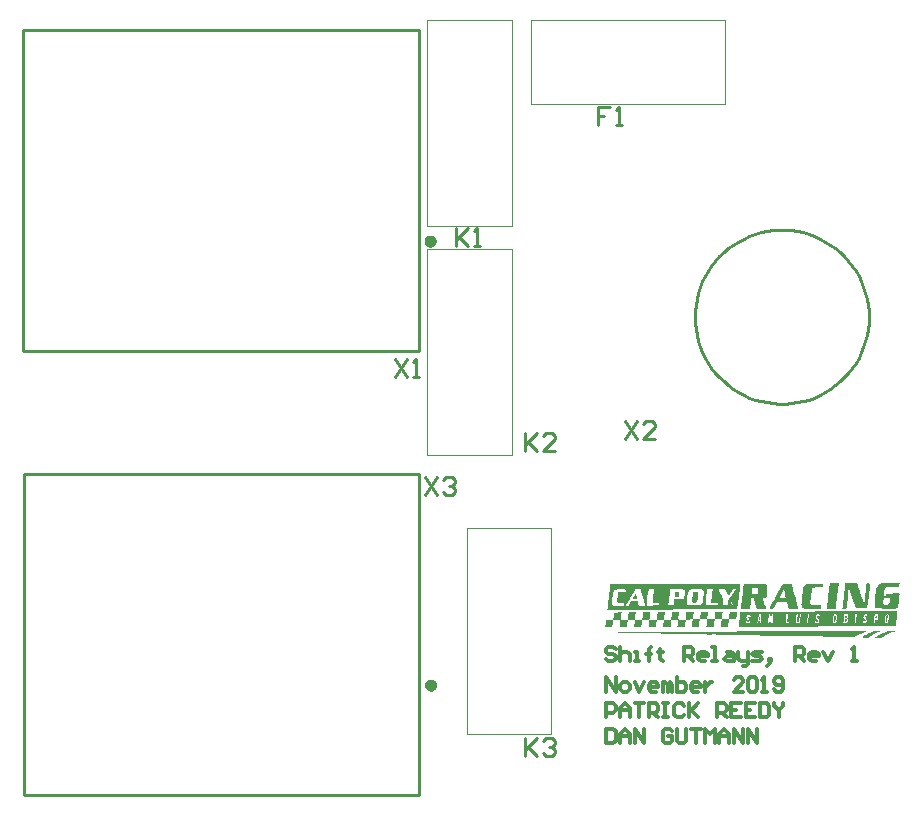
<source format=gto>
%FSLAX23Y23*%
%MOIN*%
%SFA1B1*%

%IPPOS*%
%ADD10C,0.019680*%
%ADD11C,0.010000*%
%ADD12C,0.003940*%
%ADD13C,0.012130*%
%LNshift_relays-1*%
%LPD*%
G36*
X3355Y1383D02*
X3356Y1383D01*
X3356Y1382*
Y1381*
X3355Y1377*
Y1376*
X3355Y1373*
X3355Y1368*
X3354Y1362*
Y1361*
Y1360*
X3353Y1355*
X3352Y1348*
X3351Y1341*
X3346Y1300*
X3308Y1300*
X3296Y1334*
Y1335*
X3296Y1336*
X3294Y1339*
X3292Y1345*
X3290Y1351*
Y1352*
X3289Y1353*
X3288Y1355*
X3287Y1360*
X3285Y1363*
Y1364*
X3285Y1366*
X3284Y1368*
X3284Y1366*
X3283Y1363*
X3283Y1360*
X3282Y1353*
X3282Y1345*
X3281Y1340*
X3280Y1334*
X3280Y1333*
X3280Y1329*
X3279Y1324*
X3278Y1318*
X3278Y1312*
X3277Y1306*
X3276Y1302*
X3275Y1301*
Y1300*
X3275Y1299*
X3263Y1298*
Y1300*
Y1301*
X3263Y1302*
X3264Y1305*
X3264Y1310*
X3265Y1317*
X3265Y1322*
X3266Y1328*
X3267Y1333*
X3267Y1341*
Y1342*
Y1342*
X3268Y1344*
X3268Y1347*
X3269Y1354*
X3270Y1362*
X3271Y1369*
X3271Y1376*
X3271Y1379*
X3272Y1381*
Y1382*
Y1382*
X3273Y1384*
X3311Y1384*
X3314Y1377*
Y1377*
X3314Y1375*
X3315Y1372*
Y1371*
X3317Y1369*
X3317Y1364*
X3320Y1359*
X3320Y1358*
X3321Y1354*
X3323Y1350*
X3325Y1345*
X3326Y1343*
X3326Y1340*
X3328Y1335*
X3330Y1330*
X3331Y1329*
X3331Y1326*
X3332Y1323*
X3333Y1319*
Y1318*
X3334Y1318*
X3334Y1316*
X3335Y1316*
Y1316*
X3336Y1317*
X3336Y1320*
X3337Y1324*
X3337Y1329*
X3338Y1338*
X3339Y1343*
X3339Y1349*
Y1350*
X3339Y1351*
X3340Y1354*
X3341Y1360*
X3341Y1366*
X3341Y1372*
X3342Y1378*
X3343Y1382*
Y1383*
Y1383*
X3344Y1384*
X3353Y1384*
X3355Y1383*
G37*
G36*
X3454Y1383D02*
Y1382D01*
X3453Y1380*
X3452Y1377*
X3452Y1371*
X3408Y1371*
X3407Y1369*
X3406Y1368*
X3404Y1366*
Y1365*
Y1365*
X3404Y1363*
X3403Y1360*
X3403Y1355*
X3402Y1349*
X3401Y1341*
Y1341*
X3401Y1338*
X3401Y1334*
X3400Y1330*
X3399Y1325*
X3399Y1322*
X3399Y1319*
X3399Y1317*
Y1317*
X3399Y1316*
X3401Y1314*
X3401Y1313*
X3412Y1313*
X3415Y1314*
X3416Y1314*
X3417*
X3417Y1315*
X3419Y1317*
X3420Y1318*
X3420Y1321*
X3421Y1324*
X3421Y1327*
X3422Y1331*
X3422Y1336*
X3406Y1336*
X3406Y1337*
Y1338*
X3406Y1340*
X3407Y1344*
X3408Y1349*
X3450Y1350*
X3453Y1349*
X3454*
Y1347*
X3453Y1346*
X3453Y1343*
X3452Y1339*
X3452Y1333*
X3450Y1325*
X3450Y1324*
X3450Y1321*
X3450Y1318*
X3449Y1312*
X3448Y1308*
X3448Y1304*
X3447Y1301*
X3447Y1300*
X3443Y1300*
X3439Y1299*
X3398Y1299*
X3392Y1300*
X3382Y1300*
X3380Y1300*
X3378Y1301*
X3375Y1303*
X3372Y1306*
X3371Y1308*
X3370Y1312*
Y1313*
X3370Y1314*
X3370Y1317*
X3370Y1321*
X3370Y1326*
X3371Y1332*
X3371Y1341*
Y1342*
X3372Y1345*
X3373Y1349*
X3374Y1353*
X3374Y1357*
X3374Y1362*
X3375Y1365*
Y1366*
X3375Y1367*
X3376Y1367*
X3377Y1372*
X3380Y1376*
X3384Y1381*
X3385Y1381*
X3387Y1382*
X3388Y1383*
X3391Y1383*
X3392Y1384*
X3398Y1384*
X3404Y1384*
X3454Y1385*
X3454Y1383*
G37*
G36*
X3250Y1382D02*
Y1382D01*
X3250Y1380*
X3250Y1377*
X3249Y1372*
X3249Y1369*
X3248Y1365*
X3247Y1360*
X3247Y1355*
X3246Y1348*
X3245Y1341*
Y1340*
Y1339*
X3245Y1334*
X3244Y1328*
X3243Y1320*
X3243Y1313*
X3242Y1306*
X3241Y1301*
X3241Y1300*
Y1299*
X3240Y1299*
X3238Y1298*
X3211Y1298*
X3211Y1300*
Y1300*
X3211Y1303*
X3211Y1306*
X3212Y1311*
X3213Y1318*
X3214Y1323*
X3215Y1328*
X3215Y1335*
X3216Y1342*
X3221Y1384*
X3250Y1384*
X3250Y1382*
G37*
G36*
X3199Y1382D02*
Y1381D01*
X3199Y1378*
X3199Y1375*
X3199Y1370*
X3170Y1370*
X3167Y1369*
X3165Y1369*
X3164Y1368*
X3164Y1367*
X3163Y1367*
X3162Y1365*
X3162Y1364*
X3161Y1362*
X3161Y1359*
X3161Y1355*
X3159Y1348*
X3159Y1340*
X3155Y1316*
X3157Y1315*
Y1314*
X3157Y1313*
X3193Y1313*
X3193Y1312*
X3193Y1311*
X3192Y1309*
X3192Y1305*
X3191Y1298*
X3151Y1298*
X3146Y1299*
X3141Y1299*
X3136Y1299*
X3134Y1300*
X3133Y1301*
X3131Y1302*
X3130Y1303*
X3129Y1305*
X3127Y1309*
X3126Y1314*
Y1315*
X3126Y1316*
X3127Y1318*
X3127Y1321*
X3127Y1326*
X3128Y1332*
X3129Y1339*
X3129Y1341*
X3129Y1344*
X3129Y1347*
X3130Y1353*
X3131Y1358*
X3132Y1362*
X3132Y1366*
X3132Y1368*
Y1369*
X3133Y1370*
X3136Y1374*
X3140Y1380*
X3144Y1382*
X3147Y1383*
X3199Y1383*
X3199Y1382*
G37*
G36*
X3103Y1347D02*
X3104Y1345D01*
X3105Y1342*
X3107Y1335*
X3108Y1328*
Y1327*
X3109Y1326*
X3110Y1322*
X3111Y1317*
X3113Y1312*
X3113Y1311*
X3114Y1309*
X3114Y1307*
X3114Y1305*
X3116Y1298*
X3084Y1298*
X3081Y1309*
X3081Y1309*
X3081Y1310*
X3080Y1314*
X3079Y1318*
X3078Y1319*
X3078Y1320*
Y1320*
X3044Y1320*
X3038Y1308*
X3031Y1297*
X3017Y1297*
X3018Y1299*
X3020Y1303*
X3021Y1305*
X3023Y1308*
X3025Y1313*
X3029Y1319*
X3033Y1325*
X3037Y1333*
X3042Y1343*
X3048Y1354*
X3056Y1366*
X3064Y1381*
X3064Y1383*
X3094Y1383*
X3103Y1347*
G37*
G36*
X2968Y1381D02*
X3005Y1381D01*
X3005Y1380*
X3008Y1380*
X3010Y1378*
X3011Y1375*
X3011Y1375*
X3012Y1373*
X3012Y1372*
X3012Y1369*
X3012Y1366*
X3012Y1362*
X3011Y1356*
Y1355*
X3011Y1354*
X3011Y1348*
X3011Y1343*
X3010Y1341*
X3010Y1340*
X3009Y1339*
X3008Y1337*
X3004Y1335*
X3000Y1334*
X2998Y1334*
X2998Y1333*
X2998Y1332*
X2999Y1329*
X3000Y1326*
X3001Y1321*
X3003Y1316*
X3003Y1315*
X3004Y1313*
X3006Y1310*
X3007Y1307*
X3008Y1303*
X3009Y1300*
X3010Y1298*
Y1297*
X2977Y1297*
X2977Y1299*
Y1300*
X2976Y1302*
Y1302*
X2975Y1304*
X2974Y1306*
X2974Y1309*
Y1310*
X2973Y1312*
X2972Y1315*
X2972Y1317*
X2968Y1334*
X2959Y1334*
X2958Y1333*
Y1332*
X2958Y1331*
X2958Y1329*
X2957Y1326*
X2957Y1321*
X2957Y1315*
Y1315*
X2956Y1312*
X2955Y1310*
X2955Y1307*
Y1306*
X2955Y1304*
X2954Y1299*
X2954Y1299*
Y1298*
Y1297*
X2924Y1297*
Y1298*
X2924Y1299*
Y1301*
X2925Y1304*
X2925Y1309*
X2926Y1316*
X2927Y1320*
X2928Y1326*
X2928Y1332*
X2929Y1339*
Y1340*
Y1341*
X2930Y1346*
X2930Y1352*
X2932Y1360*
X2932Y1368*
X2933Y1374*
X2934Y1379*
X2935Y1380*
X2935Y1381*
Y1382*
X2968Y1381*
G37*
G36*
X2923Y1381D02*
Y1380D01*
X2923Y1379*
X2922Y1375*
X2922Y1370*
X2921Y1363*
X2920Y1358*
X2919Y1352*
X2919Y1346*
X2918Y1339*
X2913Y1297*
X2479Y1295*
X2479Y1297*
Y1297*
X2479Y1299*
X2480Y1302*
X2481Y1307*
X2481Y1315*
X2482Y1319*
X2483Y1324*
X2484Y1331*
X2484Y1337*
X2484Y1338*
Y1339*
X2485Y1341*
X2485Y1344*
X2486Y1351*
X2487Y1359*
X2488Y1366*
X2488Y1372*
X2488Y1375*
X2489Y1377*
X2489Y1378*
Y1379*
X2489Y1380*
X2924Y1382*
X2923Y1381*
G37*
G36*
X2767Y1287D02*
X2767Y1285D01*
Y1284*
X2767Y1282*
X2766Y1280*
X2766Y1276*
Y1275*
X2766Y1274*
X2765Y1270*
X2765Y1266*
X2765Y1265*
X2764Y1264*
X2764Y1264*
X2740Y1263*
Y1263*
X2740Y1261*
X2740Y1258*
X2739Y1255*
X2738Y1251*
Y1250*
Y1250*
X2738Y1246*
X2738Y1242*
X2738Y1239*
Y1239*
X2713Y1238*
X2713Y1241*
X2714Y1242*
X2714Y1244*
X2714Y1247*
X2714Y1251*
Y1252*
X2714Y1253*
X2715Y1257*
X2716Y1261*
Y1263*
X2716Y1263*
X2692Y1263*
Y1262*
X2692Y1261*
X2692Y1260*
X2692Y1257*
X2691Y1254*
X2690Y1250*
X2690Y1238*
X2665Y1238*
Y1240*
X2665Y1241*
X2665Y1243*
X2665Y1246*
X2666Y1250*
Y1251*
X2666Y1252*
X2667Y1256*
X2668Y1260*
Y1262*
X2668Y1262*
X2666Y1263*
X2644Y1263*
X2644Y1262*
X2644Y1260*
Y1259*
X2643Y1256*
X2643Y1253*
X2642Y1250*
X2641Y1238*
X2617Y1238*
Y1239*
X2617Y1240*
X2617Y1242*
X2617Y1245*
X2618Y1248*
X2619Y1256*
X2619Y1260*
X2619Y1263*
X2644Y1263*
Y1264*
X2644Y1265*
X2644Y1267*
X2644Y1269*
X2644Y1272*
X2645Y1275*
X2647Y1287*
X2670Y1287*
X2670Y1286*
Y1286*
X2670Y1284*
X2670Y1280*
X2669Y1276*
X2668Y1272*
X2668Y1268*
X2668Y1265*
X2668Y1264*
X2669Y1264*
X2670Y1263*
X2692Y1263*
X2692Y1264*
Y1265*
X2693Y1267*
X2693Y1270*
X2694Y1273*
X2694Y1281*
X2695Y1284*
X2695Y1287*
X2719Y1287*
Y1287*
Y1286*
X2718Y1284*
X2718Y1282*
X2717Y1278*
X2716Y1271*
X2716Y1267*
X2716Y1264*
X2717*
X2719Y1263*
X2740Y1263*
X2740Y1266*
X2741Y1267*
X2741Y1269*
X2741Y1272*
X2742Y1276*
Y1277*
X2742Y1278*
X2743Y1282*
X2743Y1286*
X2743Y1287*
Y1287*
X2767Y1288*
Y1287*
G37*
G36*
X2622Y1286D02*
X2622D01*
X2622Y1285*
Y1283*
X2622Y1281*
X2622Y1278*
X2621Y1275*
X2621Y1274*
Y1273*
X2620Y1269*
X2619Y1265*
Y1264*
X2619Y1263*
X2598Y1263*
X2596Y1262*
X2595*
X2595Y1261*
X2595Y1258*
X2595Y1256*
X2595Y1253*
X2594Y1250*
Y1249*
X2594Y1248*
X2593Y1244*
X2593Y1240*
X2593Y1239*
Y1238*
X2569Y1238*
X2569Y1240*
X2569Y1242*
X2569Y1244*
X2569Y1247*
X2570Y1250*
Y1251*
X2570Y1252*
X2571Y1257*
X2571Y1260*
Y1262*
X2571Y1263*
X2547Y1263*
Y1261*
X2547Y1260*
X2547Y1257*
X2546Y1255*
X2545Y1250*
X2544Y1238*
X2520Y1238*
Y1239*
X2520Y1241*
X2520Y1243*
X2520Y1246*
X2521Y1249*
Y1250*
X2521Y1252*
X2522Y1255*
X2523Y1260*
Y1261*
X2523Y1262*
X2521Y1262*
X2499Y1262*
X2499Y1261*
X2498Y1258*
X2498Y1254*
X2497Y1249*
X2496Y1238*
X2472Y1237*
X2472Y1239*
X2472Y1240*
X2472Y1241*
X2473Y1242*
X2473Y1245*
Y1246*
X2474Y1248*
X2474Y1251*
X2474Y1262*
X2499Y1262*
Y1263*
X2499Y1265*
Y1266*
X2499Y1268*
X2500Y1271*
X2500Y1275*
X2502Y1286*
X2527Y1287*
X2525Y1286*
Y1285*
X2525Y1283*
X2525Y1280*
X2525Y1277*
X2524Y1269*
X2524Y1266*
X2524Y1263*
X2525Y1263*
X2527Y1262*
X2547Y1263*
X2547Y1265*
X2548Y1266*
X2548Y1268*
X2548Y1271*
X2549Y1275*
Y1276*
X2549Y1277*
X2549Y1281*
X2550Y1285*
Y1286*
Y1287*
X2575Y1287*
X2574Y1286*
Y1285*
X2574Y1283*
X2573Y1281*
X2573Y1278*
X2573Y1274*
X2572Y1263*
X2584Y1263*
X2595Y1263*
X2597Y1275*
Y1276*
Y1277*
X2598Y1281*
X2598Y1285*
Y1286*
X2598Y1287*
X2620Y1287*
X2622Y1286*
G37*
G36*
X3422Y1290D02*
X3446Y1290D01*
X3446Y1289*
Y1288*
X3446Y1284*
X3445Y1280*
X3445Y1273*
X3444Y1265*
X3443Y1255*
X3440Y1242*
Y1242*
X2918Y1239*
Y1240*
Y1241*
X2918Y1242*
X2918Y1245*
X2918Y1250*
X2919Y1256*
X2920Y1264*
X2921Y1275*
X2923Y1288*
X2923Y1288*
X3414Y1290*
X3422Y1290*
G37*
G36*
X2912Y1287D02*
X2912Y1286D01*
Y1285*
X2911Y1282*
Y1281*
Y1280*
X2910Y1276*
X2909Y1264*
X2885Y1264*
X2885Y1263*
Y1261*
X2884Y1259*
X2884Y1256*
X2883Y1252*
Y1251*
Y1250*
X2883Y1246*
X2882Y1241*
X2882Y1240*
Y1239*
X2857Y1239*
X2857Y1240*
Y1241*
X2858Y1243*
X2858Y1245*
X2858Y1248*
X2859Y1252*
Y1252*
X2859Y1253*
X2859Y1257*
X2860Y1262*
Y1263*
X2860Y1264*
X2884Y1264*
X2885Y1265*
X2885Y1266*
X2886Y1268*
X2886Y1270*
X2886Y1273*
X2886Y1276*
X2888Y1288*
X2912Y1288*
Y1287*
G37*
G36*
X2864Y1287D02*
X2863Y1285D01*
X2863Y1283*
X2862Y1280*
X2861Y1276*
Y1276*
Y1275*
X2861Y1270*
X2860Y1266*
Y1265*
Y1264*
X2837Y1264*
X2835Y1251*
X2835Y1251*
Y1250*
X2835Y1246*
X2834Y1241*
Y1240*
X2834Y1239*
X2809Y1239*
Y1240*
X2809Y1241*
X2810Y1243*
X2810Y1245*
X2810Y1248*
X2811Y1251*
X2811Y1252*
Y1253*
X2811Y1257*
X2812Y1262*
X2812Y1263*
Y1264*
X2836Y1264*
X2837Y1265*
Y1265*
X2837Y1267*
X2837Y1270*
X2837Y1276*
Y1277*
Y1278*
X2838Y1282*
X2839Y1286*
X2839Y1287*
Y1288*
X2864Y1288*
X2864Y1287*
G37*
G36*
X2815Y1286D02*
Y1285D01*
X2815Y1283*
X2814Y1279*
X2813Y1275*
X2813Y1270*
X2812Y1264*
Y1264*
X2789Y1264*
X2786Y1251*
Y1250*
X2786Y1250*
X2786Y1245*
X2786Y1242*
X2786Y1240*
Y1240*
Y1239*
X2761Y1239*
Y1239*
X2761Y1241*
X2761Y1242*
X2762Y1245*
X2762Y1247*
X2762Y1251*
X2763Y1256*
X2764Y1262*
Y1264*
X2789Y1264*
X2789Y1275*
Y1276*
X2789Y1277*
X2790Y1281*
X2791Y1285*
X2791Y1286*
Y1287*
X2791Y1288*
X2815Y1288*
X2815Y1286*
G37*
G36*
X3303Y1224D02*
X3344Y1224D01*
X3343Y1224*
X3341Y1223*
X3338Y1222*
X3335Y1220*
X3330Y1218*
X3323Y1214*
X3303Y1205*
X2886Y1212*
X2876Y1212*
X2868Y1213*
X2848Y1213*
X2835Y1214*
X2822Y1213*
X2806Y1214*
X2790Y1214*
X2773Y1215*
X2755Y1215*
X2717Y1216*
X2679Y1216*
X2639Y1217*
X2602Y1218*
X2584Y1218*
X2566Y1219*
X2550Y1219*
X2535Y1219*
X2521Y1219*
X2509Y1220*
X2488Y1220*
X2480Y1221*
X2515Y1221*
X2525Y1222*
X3290Y1225*
X3303Y1224*
G37*
G36*
X3390Y1225D02*
X3391D01*
X3389Y1224*
X3388Y1223*
X3386Y1222*
X3381Y1220*
X3376Y1218*
X3369Y1214*
X3348Y1203*
X3335Y1203*
X3331Y1204*
X3327Y1205*
X3325Y1205*
X3326Y1205*
X3328Y1206*
X3331Y1208*
X3332Y1208*
X3336Y1210*
X3340Y1212*
X3346Y1214*
X3368Y1225*
X3389Y1225*
X3390Y1225*
G37*
G36*
X3438Y1225D02*
X3438D01*
X3437Y1224*
X3435Y1223*
X3432Y1222*
X3429Y1220*
X3423Y1218*
X3416Y1214*
X3392Y1203*
X3382Y1203*
X3378Y1203*
X3371Y1203*
X3372Y1204*
X3374Y1205*
X3376Y1206*
X3379Y1208*
X3384Y1211*
X3392Y1214*
X3415Y1226*
X3437Y1226*
X3438Y1225*
G37*
%LNshift_relays-2*%
%LPC*%
G36*
X3067Y1363D02*
X3067Y1363D01*
X3066Y1360*
X3064Y1356*
X3063Y1354*
X3062Y1352*
X3059Y1347*
X3057Y1341*
X3056Y1340*
X3055Y1338*
X3054Y1335*
X3053Y1334*
X3064Y1334*
X3075Y1336*
X3074Y1337*
Y1338*
X3073Y1338*
X3073Y1343*
Y1344*
X3073Y1345*
X3072Y1349*
Y1350*
X3071Y1352*
X3070Y1357*
X3068Y1361*
X3067Y1363*
Y1363*
G37*
G36*
X2982Y1367D02*
X2962Y1367D01*
X2962Y1358*
X2962Y1358*
Y1357*
X2961Y1353*
X2960Y1350*
X2960Y1349*
Y1348*
X2962Y1348*
X2965Y1347*
X2975Y1348*
X2978Y1348*
X2979*
X2980Y1349*
X2981Y1350*
X2982Y1353*
X2982Y1356*
X2983Y1358*
Y1359*
Y1360*
X2984Y1363*
X2983Y1366*
X2982Y1367*
G37*
G36*
X2908Y1365D02*
X2898Y1365D01*
X2890Y1353*
X2890Y1352*
X2889Y1352*
X2887Y1348*
X2884Y1344*
X2883Y1343*
Y1343*
X2882Y1344*
X2881Y1347*
X2879Y1349*
X2878Y1353*
X2872Y1365*
X2850Y1365*
Y1364*
X2851Y1363*
Y1362*
X2852Y1359*
X2854Y1356*
X2855Y1352*
X2858Y1347*
X2866Y1332*
X2864Y1321*
Y1320*
X2864Y1319*
X2864Y1316*
X2863Y1312*
Y1311*
X2863Y1311*
X2882Y1311*
X2883Y1321*
X2885Y1330*
X2895Y1346*
X2896Y1347*
X2897Y1349*
X2900Y1354*
X2901Y1354*
X2902Y1356*
X2903Y1358*
X2905Y1360*
Y1361*
X2906Y1362*
X2906Y1363*
X2907Y1363*
X2908Y1365*
G37*
G36*
X2896Y1321D02*
X2893Y1321D01*
X2892Y1320*
X2891Y1319*
X2890Y1317*
X2889Y1315*
X2889Y1314*
X2890Y1314*
X2890Y1312*
X2892Y1311*
X2894Y1311*
X2896Y1312*
X2898Y1315*
Y1316*
X2899Y1317*
X2898Y1319*
X2896Y1321*
G37*
G36*
X2831Y1365D02*
X2813Y1365D01*
X2812Y1364*
X2811*
X2811Y1364*
Y1363*
X2811Y1361*
X2811Y1357*
X2810Y1353*
X2809Y1345*
X2809Y1337*
Y1335*
X2808Y1332*
X2808Y1329*
X2807Y1323*
X2807Y1318*
X2807Y1315*
X2806Y1312*
X2806Y1310*
X2847Y1311*
X2847Y1313*
X2847Y1314*
X2848Y1316*
Y1318*
X2848Y1319*
Y1319*
X2826Y1319*
Y1320*
X2826Y1321*
X2826Y1324*
X2826Y1329*
X2827Y1334*
X2828Y1343*
X2829Y1352*
X2831Y1364*
X2831Y1365*
G37*
G36*
X2794Y1365D02*
X2765Y1365D01*
X2761Y1364*
X2758Y1364*
X2755Y1363*
X2754Y1363*
X2753Y1362*
X2751Y1361*
X2750Y1358*
X2748Y1355*
Y1354*
X2747Y1352*
X2747Y1349*
X2746Y1345*
X2745Y1340*
X2745Y1334*
X2744Y1321*
X2744Y1320*
X2744Y1318*
Y1317*
X2745Y1315*
X2747Y1313*
X2749Y1312*
X2750*
X2751Y1311*
X2755Y1311*
X2758Y1310*
X2778Y1310*
X2785Y1311*
X2788Y1311*
X2789Y1312*
X2790Y1312*
X2792Y1314*
X2795Y1318*
X2797Y1323*
Y1323*
X2797Y1325*
X2798Y1327*
X2798Y1329*
X2798Y1333*
X2799Y1337*
Y1338*
X2799Y1340*
X2800Y1343*
X2800Y1347*
X2800Y1355*
X2800Y1358*
X2799Y1360*
Y1361*
X2798Y1361*
X2797Y1363*
X2795Y1364*
X2794Y1365*
G37*
G36*
X2723Y1365D02*
X2693Y1365D01*
X2690Y1364*
X2689Y1364*
X2689Y1363*
Y1362*
X2688Y1360*
X2688Y1356*
X2688Y1352*
X2687Y1345*
X2685Y1336*
Y1335*
X2685Y1332*
X2684Y1328*
X2684Y1323*
X2683Y1318*
X2683Y1314*
X2682Y1311*
X2682Y1310*
X2701Y1310*
Y1311*
X2701Y1313*
X2701Y1316*
X2702Y1320*
X2702Y1321*
Y1322*
X2702Y1324*
X2702Y1328*
Y1329*
X2702Y1330*
X2729Y1330*
X2729Y1330*
X2731Y1332*
X2734Y1334*
X2736Y1338*
X2736Y1340*
X2737Y1341*
X2737Y1344*
X2738Y1347*
X2738Y1352*
Y1352*
X2738Y1355*
X2738Y1357*
X2738Y1360*
X2737Y1360*
X2736Y1361*
X2734Y1363*
X2732Y1363*
X2731*
X2731Y1364*
X2726Y1364*
X2723Y1365*
G37*
G36*
X2636Y1364D02*
X2617Y1364D01*
X2613Y1337*
X2613Y1336*
X2613Y1333*
X2613Y1329*
X2612Y1324*
X2611Y1319*
X2611Y1315*
X2611Y1311*
X2611Y1309*
X2651Y1310*
X2653Y1313*
X2653Y1313*
X2653Y1316*
Y1316*
Y1317*
X2653Y1318*
Y1318*
X2630Y1318*
Y1319*
X2630Y1321*
X2630Y1323*
X2631Y1328*
X2632Y1334*
X2632Y1342*
X2634Y1351*
X2636Y1363*
X2636Y1364*
G37*
G36*
X2591Y1364D02*
X2572Y1364D01*
X2572Y1363*
Y1362*
X2571Y1361*
X2569Y1359*
X2567Y1356*
X2564Y1351*
X2561Y1345*
X2556Y1336*
X2555Y1335*
X2554Y1332*
X2551Y1327*
X2548Y1323*
X2546Y1318*
X2543Y1314*
X2542Y1311*
X2541Y1309*
X2550Y1309*
X2554Y1317*
X2558Y1325*
X2581Y1325*
X2583Y1317*
X2584Y1309*
X2605Y1309*
Y1310*
Y1311*
X2605Y1313*
X2604Y1316*
X2602Y1321*
X2600Y1328*
X2598Y1336*
X2598Y1338*
X2597Y1341*
X2596Y1345*
X2594Y1350*
X2593Y1355*
X2592Y1360*
X2591Y1363*
X2591Y1364*
G37*
G36*
X2539Y1364D02*
X2515Y1364D01*
X2509Y1363*
X2507Y1363*
X2505Y1362*
X2505Y1362*
X2503Y1362*
X2502Y1359*
X2499Y1356*
X2500Y1356*
X2499Y1355*
X2499Y1353*
X2498Y1351*
X2497Y1347*
X2497Y1343*
X2496Y1337*
X2496Y1336*
X2495Y1334*
X2495Y1331*
X2495Y1327*
X2495Y1319*
X2495Y1316*
X2495Y1315*
Y1314*
X2496Y1313*
X2498Y1311*
X2501Y1309*
X2535Y1309*
Y1310*
X2535Y1311*
X2535Y1313*
Y1314*
X2536Y1315*
X2536Y1317*
Y1318*
X2515Y1318*
X2514Y1319*
Y1320*
X2513*
Y1321*
X2513Y1323*
X2513Y1325*
X2513Y1328*
X2513Y1332*
X2514Y1337*
Y1338*
X2515Y1339*
X2515Y1342*
X2516Y1345*
X2516Y1348*
X2516Y1351*
Y1352*
Y1353*
X2516Y1354*
X2518Y1354*
X2539Y1354*
X2540Y1355*
X2540*
Y1356*
X2540Y1357*
Y1359*
X2540Y1359*
X2541Y1361*
X2541Y1362*
Y1363*
X2540*
X2539Y1364*
G37*
G36*
X3343Y1281D02*
X3339Y1281D01*
X3337Y1281*
X3336Y1279*
X3335Y1278*
X3334Y1276*
X3333Y1273*
X3333Y1271*
X3334Y1269*
X3335Y1268*
X3336Y1267*
X3338Y1265*
X3338Y1264*
X3339Y1263*
X3340Y1261*
X3340Y1259*
Y1259*
X3340Y1258*
X3339Y1257*
X3338Y1256*
X3335Y1256*
Y1257*
X3335Y1259*
Y1259*
X3331Y1259*
X3331Y1259*
Y1257*
X3332Y1256*
X3332Y1255*
X3332Y1254*
X3335Y1252*
X3336Y1251*
X3338Y1251*
X3340Y1252*
X3343Y1254*
X3343Y1254*
X3344Y1256*
X3345Y1258*
X3345Y1261*
X3345Y1262*
X3344Y1263*
X3343Y1265*
X3341Y1267*
X3340Y1268*
X3340Y1270*
X3338Y1272*
X3337Y1273*
Y1274*
X3337Y1275*
X3338Y1277*
X3340Y1278*
X3341*
X3342Y1277*
X3343Y1275*
X3346Y1275*
Y1276*
Y1276*
X3346Y1277*
X3345Y1279*
X3345Y1280*
X3343Y1281*
X3343Y1281*
G37*
G36*
X3183Y1281D02*
X3180Y1281D01*
X3178Y1280*
X3176Y1278*
X3176Y1278*
X3174Y1275*
X3173Y1273*
X3174Y1270*
X3175Y1268*
X3176Y1267*
X3179Y1264*
X3179Y1263*
X3180Y1262*
X3181Y1260*
X3182Y1259*
Y1258*
Y1257*
X3181Y1256*
X3179Y1255*
X3176Y1255*
Y1256*
X3175Y1258*
Y1259*
X3171Y1259*
X3171Y1258*
Y1257*
X3172Y1256*
X3172Y1254*
X3173Y1253*
X3176Y1251*
X3177Y1251*
X3179*
X3181Y1251*
X3183Y1253*
X3184Y1254*
X3184Y1255*
X3185Y1257*
X3186Y1260*
X3186Y1261*
X3185Y1262*
X3184Y1265*
X3182Y1267*
X3181Y1268*
X3180Y1269*
X3179Y1271*
X3179Y1273*
Y1273*
X3179Y1275*
X3179Y1276*
X3180Y1277*
X3181Y1277*
X3182Y1276*
X3183Y1274*
X3187Y1274*
X3188Y1275*
Y1276*
X3188Y1276*
X3187Y1277*
X3186Y1278*
X3185Y1279*
X3184Y1280*
X3183Y1281*
G37*
G36*
X2953Y1280D02*
X2950Y1280D01*
X2948Y1279*
X2947Y1278*
X2946Y1277*
X2944Y1274*
X2943Y1271*
Y1270*
X2944Y1269*
X2945Y1266*
X2948Y1263*
X2949Y1261*
X2951Y1260*
Y1258*
X2951Y1256*
X2950Y1256*
X2950Y1255*
X2948Y1254*
X2948Y1254*
X2947Y1255*
X2946Y1256*
X2945Y1257*
X2945Y1258*
X2941Y1258*
X2941Y1256*
Y1256*
X2942Y1254*
X2943Y1252*
X2945Y1250*
X2949Y1250*
X2951Y1251*
X2953Y1253*
X2955Y1256*
X2955Y1257*
Y1259*
X2953Y1262*
X2951Y1266*
X2950Y1267*
X2950Y1267*
X2949Y1269*
X2948Y1271*
Y1272*
X2948Y1274*
X2949Y1275*
X2951Y1276*
X2952*
X2953Y1275*
X2953Y1274*
Y1273*
X2957Y1273*
Y1274*
Y1275*
X2957Y1276*
X2956Y1277*
X2955Y1279*
X2953Y1280*
G37*
G36*
X3033Y1280D02*
X3028Y1280D01*
Y1279*
X3028Y1278*
X3028Y1276*
X3028Y1273*
X3027Y1267*
X3027Y1260*
X3026Y1262*
X3026Y1265*
X3025Y1267*
X3025Y1270*
X3023Y1280*
X3018Y1280*
X3017Y1279*
X3017Y1278*
X3017Y1276*
X3017Y1273*
X3017Y1270*
X3016Y1266*
X3016Y1265*
Y1264*
X3015Y1259*
X3015Y1254*
Y1253*
X3015Y1251*
Y1251*
X3019Y1251*
X3019Y1251*
Y1253*
X3019Y1256*
X3020Y1260*
Y1261*
Y1262*
X3020Y1265*
X3021Y1268*
Y1268*
X3022Y1265*
X3022Y1263*
X3023Y1260*
X3025Y1251*
X3030Y1251*
X3030Y1253*
X3031Y1254*
X3031Y1257*
X3031Y1261*
X3031Y1265*
X3031Y1266*
Y1268*
X3032Y1272*
X3033Y1276*
X3033Y1279*
X3033Y1279*
Y1280*
G37*
G36*
X3124Y1280D02*
X3121Y1280D01*
X3120Y1280*
X3120Y1278*
Y1277*
X3120Y1275*
X3120Y1272*
X3119Y1268*
X3119Y1267*
Y1267*
X3118Y1263*
X3117Y1258*
Y1258*
Y1257*
X3117Y1256*
X3116Y1256*
X3114Y1255*
X3114Y1255*
X3112Y1256*
X3112Y1256*
Y1257*
Y1258*
X3112Y1260*
X3112Y1262*
X3113Y1265*
X3113Y1269*
Y1269*
X3113Y1270*
X3114Y1275*
X3114Y1278*
X3114Y1279*
Y1280*
Y1280*
X3110Y1280*
X3110Y1280*
Y1279*
X3109Y1277*
X3109Y1274*
X3109Y1266*
X3109Y1257*
Y1256*
X3109Y1254*
X3110Y1253*
X3112Y1251*
X3113Y1251*
X3114Y1250*
X3115Y1251*
X3117Y1252*
X3118Y1252*
X3119Y1253*
X3120Y1254*
X3121Y1256*
X3121Y1256*
Y1258*
X3122Y1261*
X3122Y1264*
X3123Y1268*
Y1269*
X3123Y1270*
X3124Y1274*
X3124Y1278*
Y1279*
Y1280*
X3124Y1280*
G37*
G36*
X3414Y1281D02*
X3410Y1281D01*
X3408Y1279*
X3407Y1278*
X3405Y1276*
X3405Y1274*
X3405Y1271*
X3405Y1268*
X3405Y1266*
Y1264*
X3405Y1261*
X3404Y1258*
X3404Y1257*
Y1256*
Y1255*
X3405Y1254*
X3407Y1252*
X3412Y1252*
X3414Y1254*
X3415Y1255*
X3416Y1256*
X3416Y1260*
X3418Y1265*
Y1266*
X3418Y1266*
X3418Y1271*
X3418Y1275*
X3418Y1277*
X3418Y1278*
Y1279*
X3417Y1279*
X3415Y1280*
X3414Y1281*
G37*
G36*
X3379Y1281D02*
X3370Y1281D01*
X3369Y1268*
X3369Y1267*
Y1265*
X3368Y1260*
X3367Y1256*
X3367Y1254*
Y1253*
Y1252*
X3371Y1252*
Y1253*
X3371Y1254*
X3372Y1258*
X3372Y1263*
X3376Y1263*
X3378Y1263*
X3380Y1265*
X3381Y1265*
X3381Y1267*
X3382Y1269*
X3383Y1272*
X3383Y1273*
Y1273*
X3383Y1276*
X3383Y1277*
X3382Y1278*
X3381Y1280*
X3379Y1281*
G37*
G36*
X3311Y1281D02*
X3306Y1281D01*
X3306Y1279*
X3306Y1278*
X3306Y1275*
X3305Y1271*
X3305Y1267*
Y1266*
X3305Y1264*
X3305Y1259*
X3304Y1255*
X3303Y1253*
Y1252*
X3307Y1252*
X3307Y1253*
Y1253*
X3308Y1255*
Y1256*
X3308Y1257*
X3308Y1259*
X3308Y1262*
Y1263*
X3309Y1265*
X3309Y1270*
X3309Y1271*
X3310Y1273*
X3310Y1278*
Y1278*
Y1279*
X3310Y1280*
Y1280*
X3311Y1281*
G37*
G36*
X3278Y1281D02*
X3270Y1281D01*
X3269Y1280*
Y1279*
X3268Y1277*
X3268Y1274*
X3268Y1271*
X3267Y1266*
Y1266*
X3267Y1264*
X3267Y1259*
X3266Y1255*
X3266Y1253*
Y1252*
X3275Y1252*
X3276Y1253*
X3277Y1253*
X3278Y1253*
X3279Y1255*
Y1256*
X3280Y1257*
X3281Y1261*
Y1262*
X3281Y1263*
X3281Y1264*
Y1265*
X3280Y1266*
X3279Y1266*
X3278*
Y1267*
X3279Y1267*
X3281Y1269*
X3281Y1269*
X3282Y1272*
X3282Y1275*
X3281Y1279*
X3280Y1280*
X3278Y1280*
X3278Y1281*
G37*
G36*
X3152Y1280D02*
X3148Y1280D01*
X3148Y1278*
X3147Y1277*
X3147Y1274*
X3147Y1270*
X3146Y1266*
Y1265*
X3146Y1264*
X3145Y1259*
X3144Y1254*
X3144Y1252*
Y1251*
X3148Y1251*
X3148Y1252*
Y1253*
X3148Y1254*
Y1255*
X3149Y1256*
X3149Y1259*
X3149Y1262*
Y1262*
X3149Y1264*
X3150Y1270*
X3150Y1270*
X3151Y1272*
X3151Y1277*
Y1278*
X3152Y1278*
X3152Y1279*
Y1280*
Y1280*
G37*
G36*
X3081Y1280D02*
X3076Y1280D01*
Y1279*
X3076Y1278*
X3076Y1274*
X3076Y1270*
X3075Y1266*
Y1266*
X3075Y1264*
X3074Y1260*
X3074Y1255*
X3074Y1253*
X3074Y1252*
X3073Y1251*
X3085Y1251*
Y1253*
X3085*
X3086Y1253*
Y1254*
Y1255*
X3086Y1255*
X3078Y1255*
X3078Y1256*
Y1258*
X3079Y1261*
X3079Y1264*
X3080Y1268*
Y1269*
X3080Y1269*
X3081Y1273*
X3081Y1277*
X3081Y1279*
X3081Y1280*
G37*
G36*
X3241Y1281D02*
X3238Y1281D01*
X3236Y1280*
X3234Y1279*
X3233Y1276*
X3232Y1274*
X3231Y1271*
X3230Y1269*
X3230Y1266*
X3230Y1265*
X3230Y1262*
X3230Y1258*
X3230Y1256*
Y1255*
X3230Y1255*
X3232Y1253*
X3233Y1252*
X3235Y1252*
X3238Y1251*
X3241Y1252*
X3242Y1254*
X3244Y1256*
X3244Y1257*
Y1258*
X3243Y1261*
X3244Y1266*
Y1267*
X3244Y1268*
X3245Y1271*
X3245Y1274*
Y1275*
Y1276*
X3245Y1277*
X3244Y1277*
X3243Y1279*
X3241Y1281*
G37*
G36*
X2990Y1280D02*
X2985Y1280D01*
Y1278*
X2984Y1277*
X2984Y1275*
X2982Y1270*
X2981Y1266*
X2980Y1259*
X2977Y1251*
X2978Y1251*
X2980Y1251*
Y1251*
X2980Y1252*
X2981Y1254*
X2982Y1255*
X2983Y1257*
X2988Y1257*
Y1256*
X2988Y1255*
X2988Y1252*
X2988Y1251*
X2991Y1251*
Y1251*
X2991Y1253*
Y1254*
X2991Y1256*
X2991Y1259*
X2991Y1264*
X2991Y1264*
Y1266*
X2990Y1270*
X2990Y1275*
X2990Y1278*
X2990Y1279*
Y1280*
G37*
%LNshift_relays-3*%
%LPD*%
G36*
X2896Y1319D02*
X2897Y1319D01*
X2898Y1318*
Y1317*
X2898Y1316*
X2896Y1314*
X2896Y1313*
X2892Y1312*
X2891Y1313*
X2890Y1314*
X2890Y1316*
Y1317*
X2890Y1317*
X2891Y1319*
X2893Y1319*
X2894Y1320*
X2896Y1320*
X2896Y1319*
G37*
G36*
X2782Y1355D02*
X2782Y1353D01*
Y1353*
X2782Y1351*
X2782Y1349*
X2782Y1346*
X2781Y1342*
X2780Y1336*
Y1336*
X2780Y1334*
X2780Y1331*
X2779Y1328*
X2778Y1323*
X2777Y1321*
Y1320*
X2777Y1320*
X2776Y1320*
X2774Y1319*
X2764Y1319*
X2764Y1320*
X2763Y1320*
X2763Y1322*
X2763Y1324*
X2763Y1327*
X2763Y1331*
X2763Y1337*
X2763Y1338*
X2764Y1339*
X2764Y1342*
X2765Y1345*
X2766Y1351*
Y1352*
X2766Y1354*
X2766Y1355*
X2769Y1355*
X2781Y1355*
X2782Y1355*
G37*
G36*
X2719Y1354D02*
X2719Y1354D01*
Y1353*
X2719Y1351*
X2718Y1347*
X2718Y1346*
X2718Y1343*
X2718Y1341*
X2718Y1340*
Y1338*
X2716Y1338*
X2704Y1338*
X2704Y1338*
Y1339*
Y1340*
X2704Y1343*
X2705Y1347*
Y1349*
X2706Y1351*
X2706Y1354*
X2707Y1355*
X2719Y1355*
Y1354*
G37*
G36*
X2574Y1350D02*
X2575Y1347D01*
X2575Y1345*
X2576Y1342*
X2577Y1341*
X2578Y1338*
X2578Y1334*
Y1333*
X2578Y1333*
X2575Y1333*
X2571Y1333*
X2564Y1333*
X2569Y1342*
Y1343*
X2570Y1344*
X2572Y1347*
X2573Y1349*
X2574Y1351*
Y1350*
G37*
G36*
X3415Y1277D02*
X3415Y1275D01*
X3415Y1274*
X3414Y1271*
X3413Y1266*
Y1266*
X3413Y1265*
X3413Y1261*
X3412Y1258*
Y1257*
X3411Y1256*
X3410*
X3408Y1257*
X3408Y1258*
Y1259*
X3408Y1260*
X3408Y1263*
X3408Y1266*
X3408Y1271*
X3409Y1274*
X3410Y1276*
X3410Y1277*
Y1277*
X3411Y1278*
X3414Y1278*
X3415Y1277*
G37*
G36*
X3379Y1276D02*
Y1274D01*
X3379Y1272*
Y1271*
X3378Y1270*
X3378Y1268*
X3375Y1268*
X3373Y1268*
Y1268*
X3373Y1271*
X3374Y1276*
X3378Y1276*
X3379Y1276*
G37*
G36*
X3276Y1275D02*
X3277Y1275D01*
X3278Y1274*
X3278Y1273*
Y1272*
Y1272*
X3277Y1270*
X3276Y1269*
X3275*
X3273Y1269*
X3272Y1269*
Y1270*
X3272Y1272*
X3273Y1276*
X3276Y1276*
X3276Y1275*
G37*
G36*
X3276Y1265D02*
X3277Y1264D01*
Y1263*
X3277Y1261*
X3277Y1259*
X3276Y1258*
X3274Y1257*
X3272Y1256*
X3270*
Y1257*
X3270Y1258*
X3270Y1261*
Y1261*
X3271Y1262*
X3272Y1264*
Y1264*
Y1265*
X3273Y1266*
X3274Y1266*
X3276Y1265*
G37*
G36*
X3241Y1276D02*
X3241Y1275D01*
Y1274*
X3241Y1271*
X3241Y1269*
X3240Y1266*
Y1265*
X3239Y1262*
X3239Y1259*
X3238Y1258*
X3238Y1258*
Y1257*
X3238Y1256*
X3236Y1255*
X3235Y1255*
X3234Y1256*
Y1257*
X3234Y1258*
X3234Y1260*
X3234Y1266*
X3234Y1266*
Y1267*
X3235Y1270*
X3235Y1273*
Y1274*
X3236Y1275*
X3238Y1276*
X3240Y1277*
X3241Y1276*
G37*
G36*
X2988Y1272D02*
X2988Y1270D01*
X2988Y1266*
X2988Y1261*
X2983Y1261*
Y1262*
X2984Y1263*
X2985Y1267*
Y1267*
X2985Y1270*
X2986Y1272*
X2987Y1272*
X2988Y1272*
G37*
%LNshift_relays-4*%
%LPC*%
G36*
X2896Y1319D02*
X2893Y1319D01*
X2893Y1317*
X2892Y1316*
X2892Y1315*
Y1314*
X2892Y1314*
X2893*
Y1314*
X2893Y1316*
Y1317*
X2893*
X2893Y1318*
X2895*
Y1317*
X2894Y1317*
X2893*
X2894Y1315*
X2895Y1314*
Y1314*
X2896*
X2896Y1315*
Y1316*
X2896Y1317*
X2896Y1317*
X2896Y1318*
Y1319*
G37*
%LNshift_relays-5*%
%LPD*%
G54D10*
X1902Y1043D02*
D01*
X1902Y1044*
X1902Y1044*
X1902Y1045*
X1902Y1046*
X1901Y1046*
X1901Y1047*
X1901Y1048*
X1901Y1048*
X1900Y1049*
X1900Y1049*
X1899Y1050*
X1899Y1050*
X1898Y1051*
X1898Y1051*
X1897Y1052*
X1897Y1052*
X1896Y1052*
X1895Y1052*
X1895Y1053*
X1894Y1053*
X1893Y1053*
X1893Y1053*
X1892*
X1891Y1053*
X1891Y1053*
X1890Y1053*
X1889Y1052*
X1889Y1052*
X1888Y1052*
X1887Y1052*
X1887Y1051*
X1886Y1051*
X1886Y1050*
X1885Y1050*
X1885Y1049*
X1884Y1049*
X1884Y1048*
X1884Y1048*
X1883Y1047*
X1883Y1046*
X1883Y1046*
X1883Y1045*
X1882Y1044*
X1882Y1044*
X1882Y1043*
X1882Y1042*
X1882Y1042*
X1883Y1041*
X1883Y1040*
X1883Y1040*
X1883Y1039*
X1884Y1038*
X1884Y1038*
X1884Y1037*
X1885Y1037*
X1885Y1036*
X1886Y1036*
X1886Y1035*
X1887Y1035*
X1887Y1034*
X1888Y1034*
X1889Y1034*
X1889Y1034*
X1890Y1033*
X1891Y1033*
X1891Y1033*
X1892Y1033*
X1893*
X1893Y1033*
X1894Y1033*
X1895Y1033*
X1895Y1034*
X1896Y1034*
X1897Y1034*
X1897Y1034*
X1898Y1035*
X1898Y1035*
X1899Y1036*
X1899Y1036*
X1900Y1037*
X1900Y1037*
X1901Y1038*
X1901Y1038*
X1901Y1039*
X1901Y1040*
X1902Y1040*
X1902Y1041*
X1902Y1042*
X1902Y1042*
X1902Y1043*
X1900Y2523D02*
D01*
X1900Y2523*
X1900Y2524*
X1900Y2525*
X1900Y2525*
X1899Y2526*
X1899Y2527*
X1899Y2527*
X1899Y2528*
X1898Y2528*
X1898Y2529*
X1897Y2530*
X1897Y2530*
X1896Y2530*
X1896Y2531*
X1895Y2531*
X1895Y2532*
X1894Y2532*
X1893Y2532*
X1893Y2532*
X1892Y2532*
X1891Y2532*
X1891Y2533*
X1890*
X1889Y2532*
X1889Y2532*
X1888Y2532*
X1887Y2532*
X1887Y2532*
X1886Y2532*
X1885Y2531*
X1885Y2531*
X1884Y2530*
X1884Y2530*
X1883Y2530*
X1883Y2529*
X1882Y2528*
X1882Y2528*
X1882Y2527*
X1881Y2527*
X1881Y2526*
X1881Y2525*
X1881Y2525*
X1881Y2524*
X1880Y2523*
X1880Y2523*
X1880Y2522*
X1881Y2521*
X1881Y2521*
X1881Y2520*
X1881Y2519*
X1881Y2519*
X1882Y2518*
X1882Y2517*
X1882Y2517*
X1883Y2516*
X1883Y2516*
X1884Y2515*
X1884Y2515*
X1885Y2515*
X1885Y2514*
X1886Y2514*
X1887Y2514*
X1887Y2513*
X1888Y2513*
X1889Y2513*
X1889Y2513*
X1890Y2513*
X1891*
X1891Y2513*
X1892Y2513*
X1893Y2513*
X1893Y2513*
X1894Y2514*
X1895Y2514*
X1895Y2514*
X1896Y2515*
X1896Y2515*
X1897Y2515*
X1897Y2516*
X1898Y2516*
X1898Y2517*
X1899Y2517*
X1899Y2518*
X1899Y2519*
X1899Y2519*
X1900Y2520*
X1900Y2521*
X1900Y2521*
X1900Y2522*
X1900Y2523*
G54D11*
X3351Y2272D02*
D01*
X3350Y2292*
X3348Y2313*
X3344Y2332*
X3339Y2352*
X3333Y2371*
X3326Y2390*
X3317Y2408*
X3307Y2426*
X3295Y2443*
X3283Y2459*
X3269Y2474*
X3255Y2488*
X3239Y2501*
X3223Y2513*
X3206Y2523*
X3188Y2533*
X3169Y2541*
X3150Y2548*
X3131Y2554*
X3111Y2558*
X3091Y2561*
X3071Y2562*
X3051*
X3030Y2561*
X3010Y2558*
X2991Y2554*
X2971Y2548*
X2952Y2541*
X2934Y2533*
X2916Y2523*
X2899Y2513*
X2882Y2501*
X2867Y2488*
X2852Y2474*
X2839Y2459*
X2826Y2443*
X2815Y2426*
X2805Y2408*
X2796Y2390*
X2788Y2371*
X2782Y2352*
X2777Y2332*
X2774Y2313*
X2771Y2292*
X2771Y2272*
X2771Y2252*
X2774Y2232*
X2777Y2212*
X2782Y2192*
X2788Y2173*
X2796Y2154*
X2805Y2136*
X2815Y2118*
X2826Y2102*
X2839Y2086*
X2852Y2071*
X2867Y2057*
X2882Y2044*
X2899Y2032*
X2916Y2021*
X2934Y2011*
X2952Y2003*
X2971Y1996*
X2991Y1991*
X3010Y1987*
X3030Y1984*
X3051Y1982*
X3071*
X3091Y1984*
X3111Y1987*
X3131Y1991*
X3150Y1996*
X3169Y2003*
X3188Y2011*
X3206Y2021*
X3223Y2032*
X3239Y2044*
X3255Y2057*
X3269Y2071*
X3283Y2086*
X3295Y2102*
X3307Y2118*
X3317Y2136*
X3326Y2154*
X3333Y2173*
X3339Y2192*
X3344Y2212*
X3348Y2232*
X3350Y2252*
X3351Y2272*
X1852Y678D02*
Y1749D01*
X535Y678D02*
X1852D01*
X535D02*
Y1749D01*
X1852*
X533Y3228D02*
X1850D01*
X533Y2158D02*
Y3228D01*
Y2158D02*
X1850D01*
Y3228*
X1871Y1739D02*
X1911Y1679D01*
Y1739D02*
X1871Y1679D01*
X1931Y1729D02*
X1941Y1739D01*
X1961*
X1971Y1729*
Y1719*
X1961Y1709*
X1951*
X1961*
X1971Y1699*
Y1689*
X1961Y1679*
X1941*
X1931Y1689*
X2206Y867D02*
Y807D01*
Y827*
X2246Y867*
X2216Y837*
X2246Y807*
X2266Y857D02*
X2276Y867D01*
X2296*
X2306Y857*
Y847*
X2296Y837*
X2286*
X2296*
X2306Y827*
Y817*
X2296Y807*
X2276*
X2266Y817*
X1771Y2133D02*
X1811Y2073D01*
Y2133D02*
X1771Y2073D01*
X1831D02*
X1851D01*
X1841*
Y2133*
X1831Y2123*
X2537Y1925D02*
X2577Y1865D01*
Y1925D02*
X2537Y1865D01*
X2637D02*
X2597D01*
X2637Y1905*
Y1915*
X2627Y1925*
X2607*
X2597Y1915*
X2204Y1885D02*
Y1825D01*
Y1845*
X2244Y1885*
X2214Y1855*
X2244Y1825*
X2304D02*
X2264D01*
X2304Y1865*
Y1875*
X2294Y1885*
X2274*
X2264Y1875*
X1975Y2567D02*
Y2507D01*
Y2527*
X2015Y2567*
X1985Y2537*
X2015Y2507*
X2035D02*
X2055D01*
X2045*
Y2567*
X2035Y2557*
X2487Y2971D02*
X2447D01*
Y2941*
X2467*
X2447*
Y2911*
X2507D02*
X2527D01*
X2517*
Y2971*
X2507Y2961*
G54D12*
X2010Y1567D02*
X2293D01*
X2010Y882D02*
Y1567D01*
Y882D02*
X2293D01*
Y1567*
X1879Y1812D02*
Y2497D01*
X2162*
Y1812D02*
Y2497D01*
X1879Y1812D02*
X2162D01*
X1879Y2576D02*
Y3261D01*
X2162*
Y2576D02*
Y3261D01*
X1879Y2576D02*
X2162D01*
X2235Y3263D02*
X2870D01*
X2225D02*
X2235D01*
X2225Y2983D02*
Y3263D01*
Y2983D02*
X2870D01*
Y3263*
G54D13*
X2507Y1164D02*
X2499Y1172D01*
X2483*
X2475Y1164*
Y1156*
X2483Y1148*
X2499*
X2507Y1140*
Y1132*
X2499Y1124*
X2483*
X2475Y1132*
X2522Y1172D02*
Y1124D01*
Y1148*
X2530Y1156*
X2546*
X2554Y1148*
Y1124*
X2570D02*
X2585D01*
X2578*
Y1156*
X2570*
X2617Y1124D02*
Y1164D01*
Y1148*
X2609*
X2625*
X2617*
Y1164*
X2625Y1172*
X2656Y1164D02*
Y1156D01*
X2648*
X2664*
X2656*
Y1132*
X2664Y1124*
X2735D02*
Y1172D01*
X2759*
X2766Y1164*
Y1148*
X2759Y1140*
X2735*
X2751D02*
X2766Y1124D01*
X2806D02*
X2790D01*
X2782Y1132*
Y1148*
X2790Y1156*
X2806*
X2814Y1148*
Y1140*
X2782*
X2829Y1124D02*
X2845D01*
X2837*
Y1172*
X2829*
X2877Y1156D02*
X2892D01*
X2900Y1148*
Y1124*
X2877*
X2869Y1132*
X2877Y1140*
X2900*
X2916Y1156D02*
Y1132D01*
X2924Y1124*
X2948*
Y1116*
X2940Y1109*
X2932*
X2948Y1124D02*
Y1156D01*
X2963Y1124D02*
X2987D01*
X2995Y1132*
X2987Y1140*
X2971*
X2963Y1148*
X2971Y1156*
X2995*
X3018Y1116D02*
X3026Y1124D01*
Y1132*
X3018*
Y1124*
X3026*
X3018Y1116*
X3010Y1109*
X3105Y1124D02*
Y1172D01*
X3129*
X3136Y1164*
Y1148*
X3129Y1140*
X3105*
X3121D02*
X3136Y1124D01*
X3176D02*
X3160D01*
X3152Y1132*
Y1148*
X3160Y1156*
X3176*
X3184Y1148*
Y1140*
X3152*
X3199Y1156D02*
X3215Y1124D01*
X3231Y1156*
X3294Y1124D02*
X3310D01*
X3302*
Y1172*
X3294Y1164*
X2475Y1023D02*
Y1070D01*
X2507Y1023*
Y1070*
X2530Y1023D02*
X2546D01*
X2554Y1031*
Y1046*
X2546Y1054*
X2530*
X2522Y1046*
Y1031*
X2530Y1023*
X2570Y1054D02*
X2585Y1023D01*
X2601Y1054*
X2641Y1023D02*
X2625D01*
X2617Y1031*
Y1046*
X2625Y1054*
X2641*
X2648Y1046*
Y1038*
X2617*
X2664Y1023D02*
Y1054D01*
X2672*
X2680Y1046*
Y1023*
Y1046*
X2688Y1054*
X2696Y1046*
Y1023*
X2711Y1070D02*
Y1023D01*
X2735*
X2743Y1031*
Y1038*
Y1046*
X2735Y1054*
X2711*
X2782Y1023D02*
X2766D01*
X2759Y1031*
Y1046*
X2766Y1054*
X2782*
X2790Y1046*
Y1038*
X2759*
X2806Y1054D02*
Y1023D01*
Y1038*
X2814Y1046*
X2822Y1054*
X2829*
X2932Y1023D02*
X2900D01*
X2932Y1054*
Y1062*
X2924Y1070*
X2908*
X2900Y1062*
X2948D02*
X2955Y1070D01*
X2971*
X2979Y1062*
Y1031*
X2971Y1023*
X2955*
X2948Y1031*
Y1062*
X2995Y1023D02*
X3010D01*
X3003*
Y1070*
X2995Y1062*
X3034Y1031D02*
X3042Y1023D01*
X3058*
X3066Y1031*
Y1062*
X3058Y1070*
X3042*
X3034Y1062*
Y1054*
X3042Y1046*
X3066*
X2475Y937D02*
Y984D01*
X2499*
X2507Y976*
Y961*
X2499Y953*
X2475*
X2522Y937D02*
Y968D01*
X2538Y984*
X2554Y968*
Y937*
Y961*
X2522*
X2570Y984D02*
X2601D01*
X2585*
Y937*
X2617D02*
Y984D01*
X2641*
X2648Y976*
Y961*
X2641Y953*
X2617*
X2633D02*
X2648Y937D01*
X2664Y984D02*
X2680D01*
X2672*
Y937*
X2664*
X2680*
X2735Y976D02*
X2727Y984D01*
X2711*
X2703Y976*
Y945*
X2711Y937*
X2727*
X2735Y945*
X2751Y984D02*
Y937D01*
Y953*
X2782Y984*
X2759Y961*
X2782Y937*
X2845D02*
Y984D01*
X2869*
X2877Y976*
Y961*
X2869Y953*
X2845*
X2861D02*
X2877Y937D01*
X2924Y984D02*
X2892D01*
Y937*
X2924*
X2892Y961D02*
X2908D01*
X2971Y984D02*
X2940D01*
Y937*
X2971*
X2940Y961D02*
X2955D01*
X2987Y984D02*
Y937D01*
X3010*
X3018Y945*
Y976*
X3010Y984*
X2987*
X3034D02*
Y976D01*
X3050Y961*
X3066Y976*
Y984*
X3050Y961D02*
Y937D01*
X2475Y898D02*
Y851D01*
X2499*
X2507Y859*
Y891*
X2499Y898*
X2475*
X2522Y851D02*
Y883D01*
X2538Y898*
X2554Y883*
Y851*
Y875*
X2522*
X2570Y851D02*
Y898D01*
X2601Y851*
Y898*
X2696Y891D02*
X2688Y898D01*
X2672*
X2664Y891*
Y859*
X2672Y851*
X2688*
X2696Y859*
Y875*
X2680*
X2711Y898D02*
Y859D01*
X2719Y851*
X2735*
X2743Y859*
Y898*
X2759D02*
X2790D01*
X2774*
Y851*
X2806D02*
Y898D01*
X2822Y883*
X2837Y898*
Y851*
X2853D02*
Y883D01*
X2869Y898*
X2885Y883*
Y851*
Y875*
X2853*
X2900Y851D02*
Y898D01*
X2932Y851*
Y898*
X2948Y851D02*
Y898D01*
X2979Y851*
Y898*
M02*
</source>
